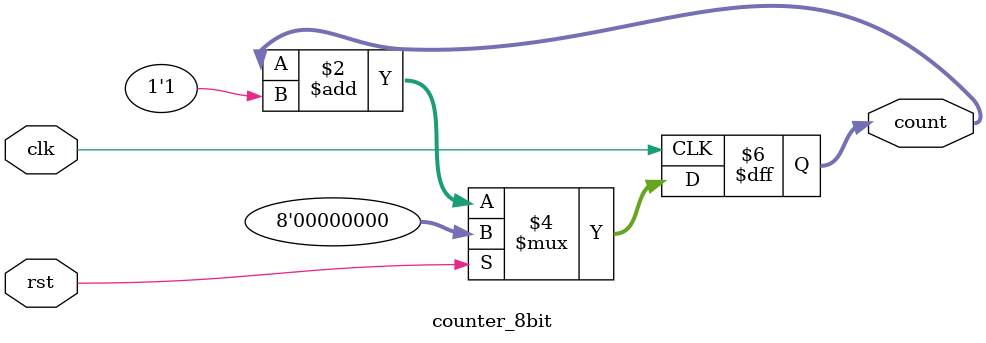
<source format=sv>
module counter_8bit (
  input  logic       clk, // Clock input
  input  logic       rst, // Active-high synchronous reset
  output logic [7:0] count // 8-bit counter ouput
);

  // Synchronous process triggered on the rising edge of clk
  always_ff @(posedge clk) begin
    if (rst) begin
      // Reset the counter to zero when rst is high
      count <= 8'h00;
    end else begin
      count <= count + 1'b1;
    end
  end

endmodule 

</source>
